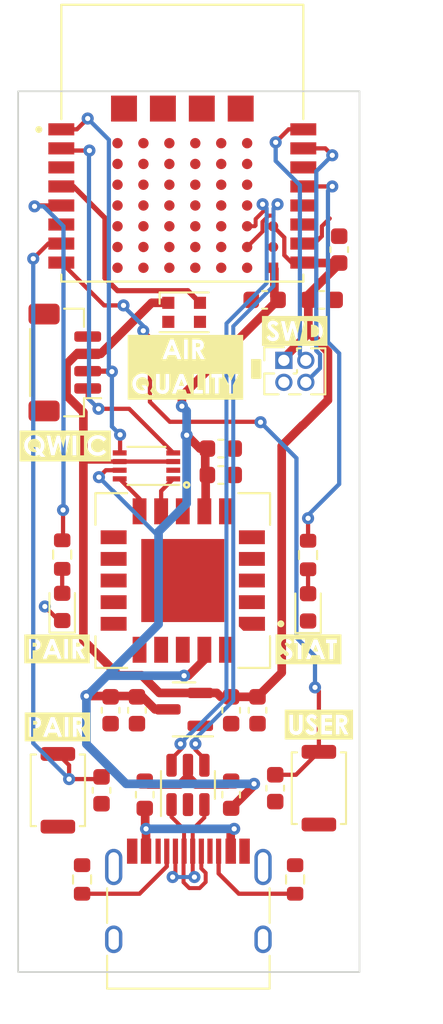
<source format=kicad_pcb>
(kicad_pcb (version 20221018) (generator pcbnew)
  (layers (0 "F.Cu" signal "Front") (1 "In1.Cu" power) (2 "In2.Cu" power) (31 "B.Cu" signal "Back") (34 "B.Paste" user) (35 "F.Paste" user) (36 "B.SilkS" user "B.Silkscreen") (37 "F.SilkS" user "F.Silkscreen") (38 "B.Mask" user) (39 "F.Mask" user) (44 "Edge.Cuts" user))
  (net 0 "")
  (net 1 "GND")
  (net 2 "VBUS")
  (net 3 "+3.3V")
  (net 4 "VCC")
  (net 5 "/USB_FUSE")
  (net 6 "/USB_CC1")
  (net 7 "/USB_CONN_D-")
  (net 8 "/USB_CONN_D+")
  (net 9 "Net-(D1-A)")
  (net 10 "/USB_CC2")
  (net 11 "Net-(D2-A)")
  (net 17 "/AIR_QUALITY_LED")
  (net 18 "/STATUS_LED")
  (net 19 "/PAIRING_LED")
  (net 22 "/SWCLK")
  (net 23 "/SWDIO")
  (net 49 "/USB_D+")
  (net 50 "/USB_D-")
  (net 79 "/I2C_SDA_3V3")
  (net 80 "/I2C_SCL_3V3")
  (net 81 "/I2C_SCL_5V")
  (net 82 "/I2C_SDA_5V")
  (net 83 "/PAIR_BTN")
  (net 84 "/USER_BTN")
  (footprint "Resistor_SMD:R_0603_1608Metric" (layer "F.Cu") (at 138.125 134.75 -90)
    (fp_text reference "R1" hide)
    (fp_text value "5k1")
    (pad "1" smd roundrect (at -0.825 0 270) (size 0.8 0.95) (layers "F.Cu" "F.Paste" "F.Mask") (net 1 "GND"))
    (pad "2" smd roundrect (at 0.825 0 270) (size 0.8 0.95) (layers "F.Cu" "F.Paste" "F.Mask") (net 10 "/USB_CC2"))
  )
  (footprint "Resistor_SMD:R_0603_1608Metric" (layer "F.Cu") (at 124.65 115.975 -90)
    (fp_text reference "R6" hide)
    (fp_text value "1k")
    (pad "1" smd roundrect (at -0.825 0 270) (size 0.8 0.95) (layers "F.Cu" "F.Paste" "F.Mask") (net 19 "/PAIRING_LED"))
    (pad "2" smd roundrect (at 0.825 0 270) (size 0.8 0.95) (layers "F.Cu" "F.Paste" "F.Mask") (net 11 "Net-(D2-A)"))
  )
  (footprint "Resistor_SMD:R_0603_1608Metric" (layer "F.Cu") (at 125.8 134.75 -90)
    (fp_text reference "R2" hide)
    (fp_text value "5k1")
    (pad "1" smd roundrect (at -0.825 0 270) (size 0.8 0.95) (layers "F.Cu" "F.Paste" "F.Mask") (net 1 "GND"))
    (pad "2" smd roundrect (at 0.825 0 270) (size 0.8 0.95) (layers "F.Cu" "F.Paste" "F.Mask") (net 6 "/USB_CC1"))
  )
  (footprint "Capacitor_SMD:C_0603_1608Metric" (layer "F.Cu") (at 139.6635 101.255)
    (fp_text reference "C6" hide)
    (fp_text value "4.7uF")
    (pad "1" smd roundrect (at -0.775 0) (size 0.9 0.95) (layers "F.Cu" "F.Paste" "F.Mask") (net 3 "+3.3V"))
    (pad "2" smd roundrect (at 0.775 0) (size 0.9 0.95) (layers "F.Cu" "F.Paste" "F.Mask") (net 1 "GND"))
  )
  (footprint "Connector_JST:JST_SH_BM04B-SRSS-TB_1x04-1MP_P1.00mm_Vertical" (layer "F.Cu") (at 124.8 104.875 90)
    (fp_text reference "J2" hide)
    (fp_text value "QWIIC")
    (pad "1" smd roundrect (at -1.5 1.325 90) (size 0.6 1.55) (layers "F.Cu" "F.Paste" "F.Mask") (net 80 "/I2C_SCL_3V3"))
    (pad "2" smd roundrect (at -0.5 1.325 90) (size 0.6 1.55) (layers "F.Cu" "F.Paste" "F.Mask") (net 79 "/I2C_SDA_3V3"))
    (pad "3" smd roundrect (at 0.5 1.325 90) (size 0.6 1.55) (layers "F.Cu" "F.Paste" "F.Mask") (net 3 "+3.3V"))
    (pad "4" smd roundrect (at 1.5 1.325 90) (size 0.6 1.55) (layers "F.Cu" "F.Paste" "F.Mask") (net 1 "GND"))
    (pad "MP" smd roundrect (at -2.8 -1.2 90) (size 1.2 1.8) (layers "F.Cu" "F.Paste" "F.Mask") (roundrect_rratio 0.208333))
    (pad "MP" smd roundrect (at 2.8 -1.2 90) (size 1.2 1.8) (layers "F.Cu" "F.Paste" "F.Mask") (roundrect_rratio 0.208333))
  )
  (footprint "zigbee_air_quality_monitor:XDCR_SCD41-D-R2" (layer "F.Cu") (at 131.625 117.475 180)
    (fp_text reference "U4" hide)
    (fp_text value "SCD41-D-R2")
    (pad "1" smd custom (at -4 -2.5 180) (size 0.5 0.5) (layers "F.Cu") (options (clearance outline) (anchor rect)) (primitives (gr_poly (pts (xy 0.75 0.4) (xy -0.75 0.4) (xy -0.75 -0.4) (xy 0.5 -0.4) (xy 0.75 -0.15)) (width 0.01) (fill yes))))
    (pad "2" smd rect (at -4 -1.25 180) (size 1.5 0.8) (layers "F.Cu"))
    (pad "3" smd rect (at -4 0 180) (size 1.5 0.8) (layers "F.Cu"))
    (pad "4" smd rect (at -4 1.25 180) (size 1.5 0.8) (layers "F.Cu"))
    (pad "5" smd rect (at -4 2.5 180) (size 1.5 0.8) (layers "F.Cu"))
    (pad "6" smd rect (at -2.5 4 180) (size 0.8 1.5) (layers "F.Cu") (net 1 "GND"))
    (pad "7" smd rect (at -1.25 4 180) (size 0.8 1.5) (layers "F.Cu") (net 4 "VCC"))
    (pad "8" smd rect (at 0 4 180) (size 0.8 1.5) (layers "F.Cu"))
    (pad "9" smd rect (at 1.25 4 180) (size 0.8 1.5) (layers "F.Cu") (net 81 "/I2C_SCL_5V"))
    (pad "10" smd rect (at 2.5 4 180) (size 0.8 1.5) (layers "F.Cu") (net 82 "/I2C_SDA_5V"))
    (pad "11" smd rect (at 4 2.5 180) (size 1.5 0.8) (layers "F.Cu"))
    (pad "12" smd rect (at 4 1.25 180) (size 1.5 0.8) (layers "F.Cu"))
    (pad "13" smd rect (at 4 0 180) (size 1.5 0.8) (layers "F.Cu"))
    (pad "14" smd rect (at 4 -1.25 180) (size 1.5 0.8) (layers "F.Cu"))
    (pad "15" smd rect (at 4 -2.5 180) (size 1.5 0.8) (layers "F.Cu"))
    (pad "16" smd rect (at 2.5 -4 180) (size 0.8 1.5) (layers "F.Cu"))
    (pad "17" smd rect (at 1.25 -4 180) (size 0.8 1.5) (layers "F.Cu"))
    (pad "18" smd rect (at 0 -4 180) (size 0.8 1.5) (layers "F.Cu"))
    (pad "19" smd rect (at -1.25 -4 180) (size 0.8 1.5) (layers "F.Cu") (net 4 "VCC"))
    (pad "20" smd rect (at -2.5 -4 180) (size 0.8 1.5) (layers "F.Cu") (net 1 "GND"))
    (pad "21" smd rect (at 0 0 180) (size 4.8 4.8) (layers "F.Cu") (net 1 "GND"))
  )
  (footprint "Package_TO_SOT_SMD:SOT-23-6" (layer "F.Cu") (at 131.925 129.2875 90)
    (fp_text reference "U1" hide)
    (fp_text value "USBLC6-2SC6")
    (pad "1" smd roundrect (at -1.1375 -0.95 90) (size 1.325 0.6) (layers "F.Cu" "F.Paste" "F.Mask") (net 8 "/USB_CONN_D+"))
    (pad "2" smd roundrect (at -1.1375 0 90) (size 1.325 0.6) (layers "F.Cu" "F.Paste" "F.Mask") (net 1 "GND"))
    (pad "3" smd roundrect (at -1.1375 0.95 90) (size 1.325 0.6) (layers "F.Cu" "F.Paste" "F.Mask") (net 7 "/USB_CONN_D-"))
    (pad "4" smd roundrect (at 1.1375 0.95 90) (size 1.325 0.6) (layers "F.Cu" "F.Paste" "F.Mask") (net 50 "/USB_D-"))
    (pad "5" smd roundrect (at 1.1375 0 90) (size 1.325 0.6) (layers "F.Cu" "F.Paste" "F.Mask") (net 2 "VBUS"))
    (pad "6" smd roundrect (at 1.1375 -0.95 90) (size 1.325 0.6) (layers "F.Cu" "F.Paste" "F.Mask") (net 49 "/USB_D+"))
  )
  (footprint "kibuzzard-63D6450F" (layer "F.Cu") (at 124.825 109.7)
    (fp_text reference "kibuzzard-63D6450F" hide)
    (fp_text value "G***" hide)
  )
  (footprint "Inductor_SMD:L_0603_1608Metric" (layer "F.Cu") (at 134.425 129.85 -90)
    (fp_text reference "FB1" hide)
    (fp_text value "100R")
    (pad "1" smd roundrect (at -0.7875 0 270) (size 0.875 0.95) (layers "F.Cu" "F.Paste" "F.Mask") (net 2 "VBUS"))
    (pad "2" smd roundrect (at 0.7875 0 270) (size 0.875 0.95) (layers "F.Cu" "F.Paste" "F.Mask") (net 4 "VCC"))
  )
  (footprint "Button_Switch_SMD:SW_Push_SPST_NO_Alps_SKRK" (layer "F.Cu") (at 139.5 129.475 -90)
    (fp_text reference "SW2" hide)
    (fp_text value "USER_BTN")
    (pad "1" smd roundrect (at -2.1 0 270) (size 0.8 2) (layers "F.Cu" "F.Paste" "F.Mask") (net 84 "/USER_BTN"))
    (pad "2" smd roundrect (at 2.1 0 270) (size 0.8 2) (layers "F.Cu" "F.Paste" "F.Mask") (net 1 "GND"))
  )
  (footprint "Package_TO_SOT_SMD:SOT-23" (layer "F.Cu") (at 131.7 124.921399 180)
    (fp_text reference "U3" hide)
    (fp_text value "XC6206P332MR")
    (pad "1" smd roundrect (at -0.9375 -0.95 180) (size 1.475 0.6) (layers "F.Cu" "F.Paste" "F.Mask") (net 1 "GND"))
    (pad "2" smd roundrect (at -0.9375 0.95 180) (size 1.475 0.6) (layers "F.Cu" "F.Paste" "F.Mask") (net 3 "+3.3V"))
    (pad "3" smd roundrect (at 0.9375 0 180) (size 1.475 0.6) (layers "F.Cu" "F.Paste" "F.Mask") (net 4 "VCC"))
  )
  (footprint "Fuse:Fuse_0603_1608Metric" (layer "F.Cu") (at 129.425 129.85 90)
    (fp_text reference "F1" hide)
    (fp_text value "SMD0603-035")
    (pad "1" smd roundrect (at -0.7875 0 90) (size 0.875 0.95) (layers "F.Cu" "F.Paste" "F.Mask") (net 5 "/USB_FUSE"))
    (pad "2" smd roundrect (at 0.7875 0 90) (size 0.875 0.95) (layers "F.Cu" "F.Paste" "F.Mask") (net 2 "VBUS"))
  )
  (footprint "Capacitor_SMD:C_0603_1608Metric" (layer "F.Cu") (at 128.975 124.971399 -90)
    (fp_text reference "C7" hide)
    (fp_text value "1uF")
    (pad "1" smd roundrect (at -0.775 0 270) (size 0.9 0.95) (layers "F.Cu" "F.Paste" "F.Mask") (net 4 "VCC"))
    (pad "2" smd roundrect (at 0.775 0 270) (size 0.9 0.95) (layers "F.Cu" "F.Paste" "F.Mask") (net 1 "GND"))
  )
  (footprint "Connector_USB:USB_C_Receptacle_HRO_TYPE-C-31-M-12" (layer "F.Cu") (at 131.95 137.16)
    (fp_text reference "J1" hide)
    (fp_text value "USB_C_Receptacle_USB2.0")
    (pad "" np_thru_hole circle (at -2.89 -2.6) (size 0.65 0.65) (drill 0.65) (layers "*.Cu" "*.Mask"))
    (pad "" np_thru_hole circle (at 2.89 -2.6) (size 0.65 0.65) (drill 0.65) (layers "*.Cu" "*.Mask"))
    (pad "A1" smd rect (at -3.25 -4.045) (size 0.6 1.45) (layers "F.Cu" "F.Paste" "F.Mask") (net 1 "GND"))
    (pad "A4" smd rect (at -2.45 -4.045) (size 0.6 1.45) (layers "F.Cu" "F.Paste" "F.Mask") (net 5 "/USB_FUSE"))
    (pad "A5" smd rect (at -1.25 -4.045) (size 0.3 1.45) (layers "F.Cu" "F.Paste" "F.Mask") (net 6 "/USB_CC1"))
    (pad "A6" smd rect (at -0.25 -4.045) (size 0.3 1.45) (layers "F.Cu" "F.Paste" "F.Mask") (net 8 "/USB_CONN_D+"))
    (pad "A7" smd rect (at 0.25 -4.045) (size 0.3 1.45) (layers "F.Cu" "F.Paste" "F.Mask") (net 7 "/USB_CONN_D-"))
    (pad "A8" smd rect (at 1.25 -4.045) (size 0.3 1.45) (layers "F.Cu" "F.Paste" "F.Mask"))
    (pad "A9" smd rect (at 2.45 -4.045) (size 0.6 1.45) (layers "F.Cu" "F.Paste" "F.Mask") (net 5 "/USB_FUSE"))
    (pad "A12" smd rect (at 3.25 -4.045) (size 0.6 1.45) (layers "F.Cu" "F.Paste" "F.Mask") (net 1 "GND"))
    (pad "B1" smd rect (at 3.25 -4.045) (size 0.6 1.45) (layers "F.Cu" "F.Paste" "F.Mask") (net 1 "GND"))
    (pad "B4" smd rect (at 2.45 -4.045) (size 0.6 1.45) (layers "F.Cu" "F.Paste" "F.Mask") (net 5 "/USB_FUSE"))
    (pad "B5" smd rect (at 1.75 -4.045) (size 0.3 1.45) (layers "F.Cu" "F.Paste" "F.Mask") (net 10 "/USB_CC2"))
    (pad "B6" smd rect (at 0.75 -4.045) (size 0.3 1.45) (layers "F.Cu" "F.Paste" "F.Mask") (net 8 "/USB_CONN_D+"))
    (pad "B7" smd rect (at -0.75 -4.045) (size 0.3 1.45) (layers "F.Cu" "F.Paste" "F.Mask") (net 7 "/USB_CONN_D-"))
    (pad "B8" smd rect (at -1.75 -4.045) (size 0.3 1.45) (layers "F.Cu" "F.Paste" "F.Mask"))
    (pad "B9" smd rect (at -2.45 -4.045) (size 0.6 1.45) (layers "F.Cu" "F.Paste" "F.Mask") (net 5 "/USB_FUSE"))
    (pad "B12" smd rect (at -3.25 -4.045) (size 0.6 1.45) (layers "F.Cu" "F.Paste" "F.Mask") (net 1 "GND"))
    (pad "S1" thru_hole oval (at -4.32 -3.13) (size 1 2.1) (drill oval 0.6 1.7) (layers "*.Cu" "*.Mask"))
    (pad "S1" thru_hole oval (at -4.32 1.05) (size 1 1.6) (drill oval 0.6 1.2) (layers "*.Cu" "*.Mask"))
    (pad "S1" thru_hole oval (at 4.32 -3.13) (size 1 2.1) (drill oval 0.6 1.7) (layers "*.Cu" "*.Mask"))
    (pad "S1" thru_hole oval (at 4.32 1.05) (size 1 1.6) (drill oval 0.6 1.2) (layers "*.Cu" "*.Mask"))
  )
  (footprint "Capacitor_SMD:C_0603_1608Metric" (layer "F.Cu") (at 133.825 111.375)
    (fp_text reference "C10" hide)
    (fp_text value "100nF")
    (pad "1" smd roundrect (at -0.775 0) (size 0.9 0.95) (layers "F.Cu" "F.Paste" "F.Mask") (net 4 "VCC"))
    (pad "2" smd roundrect (at 0.775 0) (size 0.9 0.95) (layers "F.Cu" "F.Paste" "F.Mask") (net 1 "GND"))
  )
  (footprint "LED_SMD:LED_0603_1608Metric" (layer "F.Cu") (at 138.875 119.025 90)
    (fp_text reference "D1" hide)
    (fp_text value "STATUS_LED")
    (pad "1" smd roundrect (at -0.7875 0 90) (size 0.875 0.95) (layers "F.Cu" "F.Paste" "F.Mask") (net 1 "GND"))
    (pad "2" smd roundrect (at 0.7875 0 90) (size 0.875 0.95) (layers "F.Cu" "F.Paste" "F.Mask") (net 9 "Net-(D1-A)"))
  )
  (footprint "Capacitor_SMD:C_0603_1608Metric" (layer "F.Cu") (at 127.45 124.971399 -90)
    (fp_text reference "C5" hide)
    (fp_text value "4.7uF")
    (pad "1" smd roundrect (at -0.775 0 270) (size 0.9 0.95) (layers "F.Cu" "F.Paste" "F.Mask") (net 4 "VCC"))
    (pad "2" smd roundrect (at 0.775 0 270) (size 0.9 0.95) (layers "F.Cu" "F.Paste" "F.Mask") (net 1 "GND"))
  )
  (footprint "LED_SMD:LED_0603_1608Metric" (layer "F.Cu") (at 124.65 119 90)
    (fp_text reference "D2" hide)
    (fp_text value "PAIRING_LED")
    (pad "1" smd roundrect (at -0.7875 0 90) (size 0.875 0.95) (layers "F.Cu" "F.Paste" "F.Mask") (net 1 "GND"))
    (pad "2" smd roundrect (at 0.7875 0 90) (size 0.875 0.95) (layers "F.Cu" "F.Paste" "F.Mask") (net 11 "Net-(D2-A)"))
  )
  (footprint "kibuzzard-63D64B66" (layer "F.Cu") (at 139.5 125.8)
    (fp_text reference "kibuzzard-63D64B66" hide)
    (fp_text value "G***" hide)
  )
  (footprint "kibuzzard-63D64B8B" (layer "F.Cu") (at 124.375 125.934339)
    (fp_text reference "kibuzzard-63D64B8B" hide)
    (fp_text value "G***" hide)
  )
  (footprint "kibuzzard-63D64589" (layer "F.Cu") (at 131.78 105.15)
    (fp_text reference "kibuzzard-63D64589" hide)
    (fp_text value "G***" hide)
  )
  (footprint "Capacitor_SMD:C_0603_1608Metric" (layer "F.Cu") (at 134.425 124.971399 -90)
    (fp_text reference "C8" hide)
    (fp_text value "4.7uF")
    (pad "1" smd roundrect (at -0.775 0 270) (size 0.9 0.95) (layers "F.Cu" "F.Paste" "F.Mask") (net 3 "+3.3V"))
    (pad "2" smd roundrect (at 0.775 0 270) (size 0.9 0.95) (layers "F.Cu" "F.Paste" "F.Mask") (net 1 "GND"))
  )
  (footprint "kibuzzard-63D64B8B" (layer "F.Cu") (at 124.35 121.425)
    (fp_text reference "kibuzzard-63D64B8B" hide)
    (fp_text value "G***" hide)
  )
  (footprint "Resistor_SMD:R_0603_1608Metric" (layer "F.Cu") (at 138.875 116 -90)
    (fp_text reference "R5" hide)
    (fp_text value "1k")
    (pad "1" smd roundrect (at -0.825 0 270) (size 0.8 0.95) (layers "F.Cu" "F.Paste" "F.Mask") (net 18 "/STATUS_LED"))
    (pad "2" smd roundrect (at 0.825 0 270) (size 0.8 0.95) (layers "F.Cu" "F.Paste" "F.Mask") (net 9 "Net-(D1-A)"))
  )
  (footprint "Package_SO:VSSOP-8_2.3x2mm_P0.5mm" (layer "F.Cu") (at 129.525 110.85 180)
    (fp_text reference "U6" hide)
    (fp_text value "TXS0102DCU")
    (pad "1" smd rect (at -1.55 -0.75 90) (size 0.3 0.8) (layers "F.Cu" "F.Paste" "F.Mask") (net 81 "/I2C_SCL_5V"))
    (pad "2" smd rect (at -1.55 -0.25 90) (size 0.3 0.8) (layers "F.Cu" "F.Paste" "F.Mask") (net 1 "GND"))
    (pad "3" smd rect (at -1.55 0.25 90) (size 0.3 0.8) (layers "F.Cu" "F.Paste" "F.Mask") (net 3 "+3.3V"))
    (pad "4" smd rect (at -1.55 0.75 90) (size 0.3 0.8) (layers "F.Cu" "F.Paste" "F.Mask") (net 80 "/I2C_SCL_3V3"))
    (pad "5" smd rect (at 1.55 0.75 90) (size 0.3 0.8) (layers "F.Cu" "F.Paste" "F.Mask") (net 79 "/I2C_SDA_3V3"))
    (pad "6" smd rect (at 1.55 0.25 90) (size 0.3 0.8) (layers "F.Cu" "F.Paste" "F.Mask") (net 3 "+3.3V"))
    (pad "7" smd rect (at 1.55 -0.25 90) (size 0.3 0.8) (layers "F.Cu" "F.Paste" "F.Mask") (net 4 "VCC"))
    (pad "8" smd rect (at 1.55 -0.75 90) (size 0.3 0.8) (layers "F.Cu" "F.Paste" "F.Mask") (net 82 "/I2C_SDA_5V"))
  )
  (footprint "Capacitor_SMD:C_0603_1608Metric" (layer "F.Cu") (at 135.95 124.971399 -90)
    (fp_text reference "C9" hide)
    (fp_text value "1uF")
    (pad "1" smd roundrect (at -0.775 0 270) (size 0.9 0.95) (layers "F.Cu" "F.Paste" "F.Mask") (net 3 "+3.3V"))
    (pad "2" smd roundrect (at 0.775 0 270) (size 0.9 0.95) (layers "F.Cu" "F.Paste" "F.Mask") (net 1 "GND"))
  )
  (footprint "Connector_PinHeader_1.27mm:PinHeader_2x02_P1.27mm_Vertical" (layer "F.Cu") (at 137.475 104.75)
    (fp_text reference "J3" hide)
    (fp_text value "Conn_02x02_Odd_Even")
    (pad "1" thru_hole rect (at 0 0) (size 1 1) (drill 0.65) (layers "*.Cu" "*.Mask") (net 3 "+3.3V"))
    (pad "2" thru_hole oval (at 1.27 0) (size 1 1) (drill 0.65) (layers "*.Cu" "*.Mask") (net 23 "/SWDIO"))
    (pad "3" thru_hole oval (at 0 1.27) (size 1 1) (drill 0.65) (layers "*.Cu" "*.Mask") (net 1 "GND"))
    (pad "4" thru_hole oval (at 1.27 1.27) (size 1 1) (drill 0.65) (layers "*.Cu" "*.Mask") (net 22 "/SWCLK"))
  )
  (footprint "Capacitor_SMD:C_0603_1608Metric" (layer "F.Cu") (at 126.925 129.597694 -90)
    (fp_text reference "C1" hide)
    (fp_text value "100nF")
    (pad "1" smd roundrect (at -0.775 0 270) (size 0.9 0.95) (layers "F.Cu" "F.Paste" "F.Mask") (net 83 "/PAIR_BTN"))
    (pad "2" smd roundrect (at 0.775 0 270) (size 0.9 0.95) (layers "F.Cu" "F.Paste" "F.Mask") (net 1 "GND"))
  )
  (footprint "Button_Switch_SMD:SW_Push_SPST_NO_Alps_SKRK" (layer "F.Cu") (at 124.4 129.597694 -90)
    (fp_text reference "SW1" hide)
    (fp_text value "PAIR_BTN")
    (pad "1" smd roundrect (at -2.1 0 270) (size 0.8 2) (layers "F.Cu" "F.Paste" "F.Mask") (net 83 "/PAIR_BTN"))
    (pad "2" smd roundrect (at 2.1 0 270) (size 0.8 2) (layers "F.Cu" "F.Paste" "F.Mask") (net 1 "GND"))
  )
  (footprint "Capacitor_SMD:C_0603_1608Metric" (layer "F.Cu") (at 133.825 109.85)
    (fp_text reference "C11" hide)
    (fp_text value "4.7uF")
    (pad "1" smd roundrect (at -0.775 0) (size 0.9 0.95) (layers "F.Cu" "F.Paste" "F.Mask") (net 4 "VCC"))
    (pad "2" smd roundrect (at 0.775 0) (size 0.9 0.95) (layers "F.Cu" "F.Paste" "F.Mask") (net 1 "GND"))
  )
  (footprint "Capacitor_SMD:C_0603_1608Metric" (layer "F.Cu") (at 140.675 98.35 90)
    (fp_text reference "C4" hide)
    (fp_text value "1uF")
    (pad "1" smd roundrect (at -0.775 0 90) (size 0.9 0.95) (layers "F.Cu" "F.Paste" "F.Mask") (net 3 "+3.3V"))
    (pad "2" smd roundrect (at 0.775 0 90) (size 0.9 0.95) (layers "F.Cu" "F.Paste" "F.Mask") (net 1 "GND"))
  )
  (footprint "LED_SMD:LED_WS2812B-2020_PLCC4_2.0x2.0mm" (layer "F.Cu") (at 131.705 101.975)
    (fp_text reference "D3" hide)
    (fp_text value "WS2812B")
    (pad "1" smd rect (at -0.915 -0.55) (size 0.7 0.7) (layers "F.Cu" "F.Paste" "F.Mask") (net 3 "+3.3V"))
    (pad "2" smd rect (at -0.915 0.55) (size 0.7 0.7) (layers "F.Cu" "F.Paste" "F.Mask"))
    (pad "3" smd rect (at 0.915 0.55) (size 0.7 0.7) (layers "F.Cu" "F.Paste" "F.Mask") (net 1 "GND"))
    (pad "4" smd rect (at 0.915 -0.55) (size 0.7 0.7) (layers "F.Cu" "F.Paste" "F.Mask") (net 17 "/AIR_QUALITY_LED"))
  )
  (footprint "Capacitor_SMD:C_0603_1608Metric" (layer "F.Cu") (at 136.975 129.475 -90)
    (fp_text reference "C2" hide)
    (fp_text value "100nF")
    (pad "1" smd roundrect (at -0.775 0 270) (size 0.9 0.95) (layers "F.Cu" "F.Paste" "F.Mask") (net 84 "/USER_BTN"))
    (pad "2" smd roundrect (at 0.775 0 270) (size 0.9 0.95) (layers "F.Cu" "F.Paste" "F.Mask") (net 1 "GND"))
  )
  (footprint "kibuzzard-63D64107" (layer "F.Cu") (at 138.1 103.05)
    (fp_text reference "kibuzzard-63D64107" hide)
    (fp_text value "G***" hide)
  )
  (footprint "zigbee_air_quality_monitor:BT840" (layer "F.Cu") (at 131.6 92.2)
    (fp_text reference "U2" hide)
    (fp_text value "BT840")
    (pad "1" smd rect (at -7 -0.8) (size 1.5 0.7) (layers "F.Cu" "F.Paste" "F.Mask") (net 79 "/I2C_SDA_3V3"))
    (pad "2" smd rect (at -7 0.3) (size 1.5 0.7) (layers "F.Cu" "F.Paste" "F.Mask") (net 80 "/I2C_SCL_3V3"))
    (pad "3" smd rect (at -7 1.4) (size 1.5 0.7) (layers "F.Cu" "F.Paste" "F.Mask"))
    (pad "4" smd rect (at -7 2.5) (size 1.5 0.7) (layers "F.Cu" "F.Paste" "F.Mask") (net 17 "/AIR_QUALITY_LED"))
    (pad "5" smd rect (at -7 3.6) (size 1.5 0.7) (layers "F.Cu" "F.Paste" "F.Mask") (net 19 "/PAIRING_LED"))
    (pad "6" smd rect (at -7 4.7) (size 1.5 0.7) (layers "F.Cu" "F.Paste" "F.Mask"))
    (pad "7" smd rect (at -7 5.8) (size 1.5 0.7) (layers "F.Cu" "F.Paste" "F.Mask") (net 83 "/PAIR_BTN"))
    (pad "8" smd rect (at -7 6.9) (size 1.5 0.7) (layers "F.Cu" "F.Paste" "F.Mask") (net 84 "/USER_BTN"))
    (pad "9" smd rect (at 7 6.9 180) (size 1.5 0.7) (layers "F.Cu" "F.Paste" "F.Mask") (net 3 "+3.3V"))
    (pad "10" smd rect (at 7 5.8 180) (size 1.5 0.7) (layers "F.Cu" "F.Paste" "F.Mask") (net 1 "GND"))
    (pad "11" smd rect (at 7 4.7 180) (size 1.5 0.7) (layers "F.Cu" "F.Paste" "F.Mask"))
    (pad "12" smd rect (at 7 3.6 180) (size 1.5 0.7) (layers "F.Cu" "F.Paste" "F.Mask"))
    (pad "13" smd rect (at 7 2.5 180) (size 1.5 0.7) (layers "F.Cu" "F.Paste" "F.Mask") (net 18 "/STATUS_LED"))
    (pad "14" smd rect (at 7 1.4 180) (size 1.5 0.7) (layers "F.Cu" "F.Paste" "F.Mask"))
    (pad "15" smd rect (at 7 0.3 180) (size 1.5 0.7) (layers "F.Cu" "F.Paste" "F.Mask") (net 22 "/SWCLK"))
    (pad "16" smd rect (at 7 -0.8 180) (size 1.5 0.7) (layers "F.Cu" "F.Paste" "F.Mask") (net 23 "/SWDIO"))
    (pad "A0" smd circle (at -2.25 0) (size 0.6 0.6) (layers "F.Cu" "F.Paste" "F.Mask") (net 1 "GND"))
    (pad "A1" smd circle (at -2.25 1.2) (size 0.6 0.6) (layers "F.Cu" "F.Paste" "F.Mask"))
    (pad "A2" smd circle (at -2.25 2.4) (size 0.6 0.6) (layers "F.Cu" "F.Paste" "F.Mask"))
    (pad "A3" smd circle (at -2.25 3.6) (size 0.6 0.6) (layers "F.Cu" "F.Paste" "F.Mask"))
    (pad "A4" smd circle (at -2.25 4.8) (size 0.6 0.6) (layers "F.Cu" "F.Paste" "F.Mask"))
    (pad "A5" smd circle (at -2.25 6) (size 0.6 0.6) (layers "F.Cu" "F.Paste" "F.Mask"))
    (pad "A6" smd circle (at -2.25 7.2) (size 0.6 0.6) (layers "F.Cu" "F.Paste" "F.Mask"))
    (pad "B0" smd circle (at -0.75 0) (size 0.6 0.6) (layers "F.Cu" "F.Paste" "F.Mask") (net 1 "GND"))
    (pad "B1" smd circle (at -0.75 1.2) (size 0.6 0.6) (layers "F.Cu" "F.Paste" "F.Mask"))
    (pad "B2" smd circle (at -0.75 2.4) (size 0.6 0.6) (layers "F.Cu" "F.Paste" "F.Mask"))
    (pad "B3" smd circle (at -0.75 3.6) (size 0.6 0.6) (layers "F.Cu" "F.Paste" "F.Mask"))
    (pad "B4" smd circle (at -0.75 4.8) (size 0.6 0.6) (layers "F.Cu" "F.Paste" "F.Mask"))
    (pad "B5" smd circle (at -0.75 6) (size 0.6 0.6) (layers "F.Cu" "F.Paste" "F.Mask"))
    (pad "B6" smd circle (at -0.75 7.2) (size 0.6 0.6) (layers "F.Cu" "F.Paste" "F.Mask"))
    (pad "C0" smd circle (at 0.75 0) (size 0.6 0.6) (layers "F.Cu" "F.Paste" "F.Mask") (net 1 "GND"))
    (pad "C1" smd circle (at 0.75 1.2) (size 0.6 0.6) (layers "F.Cu" "F.Paste" "F.Mask"))
    (pad "C2" smd circle (at 0.75 2.4) (size 0.6 0.6) (layers "F.Cu" "F.Paste" "F.Mask"))
    (pad "C3" smd circle (at 0.75 3.6) (size 0.6 0.6) (layers "F.Cu" "F.Paste" "F.Mask"))
    (pad "C4" smd circle (at 0.75 4.8) (size 0.6 0.6) (layers "F.Cu" "F.Paste" "F.Mask"))
    (pad "C5" smd circle (at 0.75 6) (size 0.6 0.6) (layers "F.Cu" "F.Paste" "F.Mask"))
    (pad "C6" smd circle (at 0.75 7.2) (size 0.6 0.6) (layers "F.Cu" "F.Paste" "F.Mask"))
    (pad "D0" smd circle (at 2.25 0) (size 0.6 0.6) (layers "F.Cu" "F.Paste" "F.Mask") (net 1 "GND"))
    (pad "D1" smd circle (at 2.25 1.2) (size 0.6 0.6) (layers "F.Cu" "F.Paste" "F.Mask"))
    (pad "D2" smd circle (at 2.25 2.4) (size 0.6 0.6) (layers "F.Cu" "F.Paste" "F.Mask"))
    (pad "D3" smd circle (at 2.25 3.6) (size 0.6 0.6) (layers "F.Cu" "F.Paste" "F.Mask"))
    (pad "D4" smd circle (at 2.25 4.8) (size 0.6 0.6) (layers "F.Cu" "F.Paste" "F.Mask"))
    (pad "D5" smd circle (at 2.25 6) (size 0.6 0.6) (layers "F.Cu" "F.Paste" "F.Mask"))
    (pad "D6" smd circle (at 2.25 7.2) (size 0.6 0.6) (layers "F.Cu" "F.Paste" "F.Mask"))
    (pad "E0" smd circle (at 3.75 0) (size 0.6 0.6) (layers "F.Cu" "F.Paste" "F.Mask"))
    (pad "E1" smd circle (at 3.75 1.2) (size 0.6 0.6) (layers "F.Cu" "F.Paste" "F.Mask"))
    (pad "E2" smd circle (at 3.75 2.4) (size 0.6 0.6) (layers "F.Cu" "F.Paste" "F.Mask"))
    (pad "E3" smd circle (at 3.75 3.6) (size 0.6 0.6) (layers "F.Cu" "F.Paste" "F.Mask"))
    (pad "E4" smd circle (at 3.75 4.8) (size 0.6 0.6) (layers "F.Cu" "F.Paste" "F.Mask") (net 49 "/USB_D+"))
    (pad "E5" smd circle (at 3.75 6) (size 0.6 0.6) (layers "F.Cu" "F.Paste" "F.Mask") (net 50 "/USB_D-"))
    (pad "E6" smd circle (at 3.75 7.2) (size 0.6 0.6) (layers "F.Cu" "F.Paste" "F.Mask"))
    (pad "F0" smd rect (at -3.375 -2) (size 1.5 1.5) (layers "F.Cu" "F.Paste" "F.Mask") (net 1 "GND"))
    (pad "F1" smd rect (at -1.125 -2) (size 1.5 1.5) (layers "F.Cu" "F.Paste" "F.Mask") (net 1 "GND"))
    (pad "F2" smd rect (at 1.125 -2) (size 1.5 1.5) (layers "F.Cu" "F.Paste" "F.Mask") (net 1 "GND"))
    (pad "F3" smd rect (at 3.375 -2) (size 1.5 1.5) (layers "F.Cu" "F.Paste" "F.Mask") (net 1 "GND"))
    (pad "F4" smd circle (at 5.25 4.8) (size 0.6 0.6) (layers "F.Cu" "F.Paste" "F.Mask") (net 3 "+3.3V"))
    (pad "F5" smd circle (at 5.25 6) (size 0.6 0.6) (layers "F.Cu" "F.Paste" "F.Mask"))
    (pad "F6" smd rect (at 5.25 7.2) (size 0.6 0.6) (layers "F.Cu" "F.Paste" "F.Mask") (net 4 "VCC"))
    (pad "Z0" smd circle (at -3.75 0) (size 0.6 0.6) (layers "F.Cu" "F.Paste" "F.Mask"))
    (pad "Z1" smd circle (at -3.75 1.2) (size 0.6 0.6) (layers "F.Cu" "F.Paste" "F.Mask"))
    (pad "Z2" smd circle (at -3.75 2.4) (size 0.6 0.6) (layers "F.Cu" "F.Paste" "F.Mask"))
    (pad "Z3" smd circle (at -3.75 3.6) (size 0.6 0.6) (layers "F.Cu" "F.Paste" "F.Mask"))
    (pad "Z4" smd circle (at -3.75 4.8) (size 0.6 0.6) (layers "F.Cu" "F.Paste" "F.Mask"))
    (pad "Z5" smd circle (at -3.75 6) (size 0.6 0.6) (layers "F.Cu" "F.Paste" "F.Mask"))
    (pad "Z6" smd circle (at -3.75 7.2) (size 0.6 0.6) (layers "F.Cu" "F.Paste" "F.Mask"))
  )
  (footprint "kibuzzard-63D9ACF8" (layer "F.Cu") (at 138.9 121.45)
    (fp_text reference "kibuzzard-63D9ACF8" hide)
    (fp_text value "G***" hide)
  )
  (footprint "Capacitor_SMD:C_0603_1608Metric" (layer "F.Cu") (at 136.3625 101.255 180)
    (fp_text reference "C3" hide)
    (fp_text value "4.7uF")
    (pad "1" smd roundrect (at -0.775 0 180) (size 0.9 0.95) (layers "F.Cu" "F.Paste" "F.Mask") (net 4 "VCC"))
    (pad "2" smd roundrect (at 0.775 0 180) (size 0.9 0.95) (layers "F.Cu" "F.Paste" "F.Mask") (net 1 "GND"))
  )
  (gr_circle (center 131.85 111.95) (end 131.8 112) (stroke (width 0.15)) (fill none) (layer "F.SilkS"))
  (gr_rect (start 135.65 104.75) (end 136.1 105.75) (stroke (width 0.15)) (fill solid) (layer "F.SilkS"))
  (gr_rect (start 122.1 89.2) (end 141.85 140.1) (stroke (width 0.1)) (fill none) (layer "Edge.Cuts"))
  (segment (start 138.6 98) (end 139.245 98) (width 0.245) (layer "F.Cu") (net 1))
  (segment (start 139.6725 97.5725) (end 139.6725 97.0025) (width 0.245) (layer "F.Cu") (net 1))
  (segment (start 139.6725 97.0025) (end 140.125 96.55) (width 0.245) (layer "F.Cu") (net 1))
  (segment (start 124.46 119.7875) (end 123.6475 118.975) (width 0.245) (layer "F.Cu") (net 1))
  (segment (start 124.65 119.7875) (end 124.46 119.7875) (width 0.245) (layer "F.Cu") (net 1))
  (segment (start 139.245 98) (end 139.6725 97.5725) (width 0.245) (layer "F.Cu") (net 1))
  (via (at 123.6475 118.975) (size 0.7) (drill 0.3) (layers "F.Cu" "B.Cu") (net 1))
  (segment (start 132.375001 129.2625) (end 134.225 129.2625) (width 0.5) (layer "F.Cu") (net 2))
  (segment (start 129.625 129.2625) (end 131.474999 129.2625) (width 0.5) (layer "F.Cu") (net 2))
  (segment (start 131.925 128.812499) (end 132.375001 129.2625) (width 0.5) (layer "F.Cu") (net 2))
  (segment (start 129.425 129.0625) (end 129.625 129.2625) (width 0.5) (layer "F.Cu") (net 2))
  (segment (start 134.225 129.2625) (end 134.425 129.0625) (width 0.5) (layer "F.Cu") (net 2))
  (segment (start 131.925 128.15) (end 131.925 128.812499) (width 0.5) (layer "F.Cu") (net 2))
  (segment (start 131.474999 129.2625) (end 131.925 128.812499) (width 0.5) (layer "F.Cu") (net 2))
  (segment (start 129.825 101.425) (end 130.79 101.425) (width 0.5) (layer "F.Cu") (net 3))
  (segment (start 136.85 97) (end 137.5 97.65) (width 0.245) (layer "F.Cu") (net 3))
  (segment (start 140.675 99.175) (end 140.675 99.125) (width 0.5) (layer "F.Cu") (net 3))
  (segment (start 130.271399 123.971399) (end 129.25 122.95) (width 0.5) (layer "F.Cu") (net 3))
  (segment (start 138.8885 103.1135) (end 138.8885 101.255) (width 0.5) (layer "F.Cu") (net 3))
  (segment (start 126.125 104.375) (end 126.875 104.375) (width 0.5) (layer "F.Cu") (net 3))
  (segment (start 132.6375 123.971399) (end 133.596399 123.971399) (width 0.5) (layer "F.Cu") (net 3))
  (segment (start 137.5 98.675) (end 137.925 99.1) (width 0.245) (layer "F.Cu") (net 3))
  (segment (start 137.35 109.7) (end 138.55 108.5) (width 0.5) (layer "F.Cu") (net 3))
  (segment (start 125.875 110.6) (end 125.875 109.825) (width 0.5) (layer "F.Cu") (net 3))
  (segment (start 137.475 104.625) (end 138.8885 103.2115) (width 0.5) (layer "F.Cu") (net 3))
  (segment (start 138.8885 103.2115) (end 138.8885 101.255) (width 0.5) (layer "F.Cu") (net 3))
  (segment (start 127.975 110.6) (end 131.075 110.6) (width 0.245) (layer "F.Cu") (net 3))
  (segment (start 137.5 97.65) (end 137.5 98.675) (width 0.245) (layer "F.Cu") (net 3))
  (segment (start 127.975 110.6) (end 125.875 110.6) (width 0.245) (layer "F.Cu") (net 3))
  (segment (start 138.625 99.125) (end 138.6 99.1) (width 0.5) (layer "F.Cu") (net 3))
  (segment (start 137.35 122.796399) (end 137.35 109.7) (width 0.5) (layer "F.Cu") (net 3))
  (segment (start 138.8885 100.9615) (end 140.675 99.175) (width 0.5) (layer "F.Cu") (net 3))
  (segment (start 125.9 109.85) (end 125.875 109.825) (width 0.245) (layer "F.Cu") (net 3))
  (segment (start 125.497316 104.375) (end 126.125 104.375) (width 0.5) (layer "F.Cu") (net 3))
  (segment (start 140.675 99.125) (end 138.625 99.125) (width 0.5) (layer "F.Cu") (net 3))
  (segment (start 138.8885 101.255) (end 138.8885 100.9615) (width 0.5) (layer "F.Cu") (net 3))
  (segment (start 138.575 108.5) (end 140.025 107.05) (width 0.5) (layer "F.Cu") (net 3))
  (segment (start 124.9 104.972316) (end 125.497316 104.375) (width 0.5) (layer "F.Cu") (net 3))
  (segment (start 137.925 99.1) (end 138.6 99.1) (width 0.245) (layer "F.Cu") (net 3))
  (segment (start 138.55 108.5) (end 138.575 108.5) (width 0.5) (layer "F.Cu") (net 3))
  (segment (start 140.025 104.25) (end 138.8885 103.1135) (width 0.5) (layer "F.Cu") (net 3))
  (segment (start 125.875 109.825) (end 125.875 107.752684) (width 0.5) (layer "F.Cu") (net 3))
  (segment (start 133.821399 124.196399) (end 134.425 124.196399) (width 0.5) (layer "F.Cu") (net 3))
  (segment (start 126.875 104.375) (end 129.825 101.425) (width 0.5) (layer "F.Cu") (net 3))
  (segment (start 129.25 122.95) (end 127.9 122.95) (width 0.5) (layer "F.Cu") (net 3))
  (segment (start 133.596399 123.971399) (end 133.821399 124.196399) (width 0.5) (layer "F.Cu") (net 3))
  (segment (start 134.425 124.196399) (end 135.95 124.196399) (width 0.5) (layer "F.Cu") (net 3))
  (segment (start 124.9 106.777684) (end 124.9 104.972316) (width 0.5) (layer "F.Cu") (net 3))
  (segment (start 132.6375 123.971399) (end 130.271399 123.971399) (width 0.5) (layer "F.Cu") (net 3))
  (segment (start 140.025 107.05) (end 140.025 104.25) (width 0.5) (layer "F.Cu") (net 3))
  (segment (start 137.475 104.75) (end 137.475 104.625) (width 0.5) (layer "F.Cu") (net 3))
  (segment (start 135.95 124.196399) (end 137.35 122.796399) (width 0.5) (layer "F.Cu") (net 3))
  (segment (start 125.875 120.925) (end 125.875 110.6) (width 0.5) (layer "F.Cu") (net 3))
  (segment (start 127.9 122.95) (end 125.875 120.925) (width 0.5) (layer "F.Cu") (net 3))
  (segment (start 125.875 107.752684) (end 124.9 106.777684) (width 0.5) (layer "F.Cu") (net 3))
  (segment (start 132.925 109.975) (end 132.925 111.25) (width 0.5) (layer "F.Cu") (net 4))
  (segment (start 132.95 113.4) (end 132.875 113.475) (width 0.5) (layer "F.Cu") (net 4))
  (segment (start 131.575 107.4) (end 131.575 106.8175) (width 0.5) (layer "F.Cu") (net 4))
  (segment (start 132.925 111.25) (end 133.05 111.375) (width 0.5) (layer "F.Cu") (net 4))
  (segment (start 132.95 111.275) (end 133.05 111.375) (width 0.5) (layer "F.Cu") (net 4))
  (segment (start 131.575 106.8175) (end 137.1375 101.255) (width 0.5) (layer "F.Cu") (net 4))
  (segment (start 132.875 122.05) (end 132.875 121.475) (width 0.5) (layer "F.Cu") (net 4))
  (segment (start 129.296399 124.196399) (end 130.021399 124.921399) (width 0.5) (layer "F.Cu") (net 4))
  (segment (start 133.05 111.375) (end 132.95 111.475) (width 0.5) (layer "F.Cu") (net 4))
  (segment (start 131.7 122.975) (end 131.95 122.975) (width 0.5) (layer "F.Cu") (net 4))
  (segment (start 127.975 111.1) (end 127.175 111.1) (width 0.245) (layer "F.Cu") (net 4))
  (segment (start 128.975 124.196399) (end 129.296399 124.196399) (width 0.5) (layer "F.Cu") (net 4))
  (segment (start 131.85 109.075) (end 132.625 109.85) (width 0.5) (layer "F.Cu") (net 4))
  (segment (start 132.625 109.85) (end 133.05 109.85) (width 0.5) (layer "F.Cu") (net 4))
  (segment (start 132.95 111.475) (end 132.95 113.4) (width 0.5) (layer "F.Cu") (net 4))
  (segment (start 136.925 101.0425) (end 136.925 99.475) (width 0.5) (layer "F.Cu") (net 4))
  (segment (start 131.95 122.975) (end 132.875 122.05) (width 0.5) (layer "F.Cu") (net 4))
  (segment (start 128.928601 124.15) (end 128.975 124.196399) (width 0.5) (layer "F.Cu") (net 4))
  (segment (start 136.925 99.475) (end 136.85 99.4) (width 0.5) (layer "F.Cu") (net 4))
  (segment (start 135.75 129.225) (end 135.75 129.3125) (width 0.5) (layer "F.Cu") (net 4))
  (segment (start 133.05 109.85) (end 132.925 109.975) (width 0.5) (layer "F.Cu") (net 4))
  (segment (start 130.021399 124.921399) (end 130.7625 124.921399) (width 0.5) (layer "F.Cu") (net 4))
  (segment (start 126.05 124.15) (end 128.928601 124.15) (width 0.5) (layer "F.Cu") (net 4))
  (segment (start 127.175 111.1) (end 126.775 111.5) (width 0.245) (layer "F.Cu") (net 4))
  (segment (start 137.1375 101.255) (end 136.925 101.0425) (width 0.5) (layer "F.Cu") (net 4))
  (segment (start 135.75 129.3125) (end 134.425 130.6375) (width 0.5) (layer "F.Cu") (net 4))
  (via (at 131.7 122.975) (size 0.7) (drill 0.3) (layers "F.Cu" "B.Cu") (net 4))
  (via (at 131.85 109.075) (size 0.7) (drill 0.3) (layers "F.Cu" "B.Cu") (net 4))
  (via (at 135.75 129.225) (size 0.7) (drill 0.3) (layers "F.Cu" "B.Cu") (net 4))
  (via (at 126.775 111.5) (size 0.7) (drill 0.3) (layers "F.Cu" "B.Cu") (net 4))
  (via (at 126.05 124.15) (size 0.7) (drill 0.3) (layers "F.Cu" "B.Cu") (net 4))
  (via (at 131.575 107.4) (size 0.7) (drill 0.3) (layers "F.Cu" "B.Cu") (net 4))
  (segment (start 126.05 126.925) (end 128.35 129.225) (width 0.5) (layer "B.Cu") (net 4))
  (segment (start 126.075 124.15) (end 127.1625 123.0625) (width 0.5) (layer "B.Cu") (net 4))
  (segment (start 130.175 114.875) (end 130.225 114.875) (width 0.245) (layer "B.Cu") (net 4))
  (segment (start 127.25 122.975) (end 131.7 122.975) (width 0.5) (layer "B.Cu") (net 4))
  (segment (start 126.05 124.15) (end 126.05 126.925) (width 0.5) (layer "B.Cu") (net 4))
  (segment (start 131.85 113.025) (end 130.225 114.65) (width 0.5) (layer "B.Cu") (net 4))
  (segment (start 127.575 112.275) (end 130.175 114.875) (width 0.245) (layer "B.Cu") (net 4))
  (segment (start 128.35 129.225) (end 135.75 129.225) (width 0.5) (layer "B.Cu") (net 4))
  (segment (start 130.225 114.65) (end 130.225 120) (width 0.5) (layer "B.Cu") (net 4))
  (segment (start 131.85 107.675) (end 131.85 113.025) (width 0.5) (layer "B.Cu") (net 4))
  (segment (start 126.775 111.5) (end 127.55 112.275) (width 0.245) (layer "B.Cu") (net 4))
  (segment (start 130.225 114.875) (end 130.225 114.65) (width 0.245) (layer "B.Cu") (net 4))
  (segment (start 131.575 107.4) (end 131.85 107.675) (width 0.5) (layer "B.Cu") (net 4))
  (segment (start 126.05 124.15) (end 126.075 124.15) (width 0.5) (layer "B.Cu") (net 4))
  (segment (start 127.55 112.275) (end 127.575 112.275) (width 0.245) (layer "B.Cu") (net 4))
  (segment (start 130.225 120) (end 127.25 122.975) (width 0.5) (layer "B.Cu") (net 4))
  (segment (start 129.5 131.825) (end 129.5 133.115) (width 0.5) (layer "F.Cu") (net 5))
  (segment (start 129.5 131.825) (end 129.45 131.775) (width 0.5) (layer "F.Cu") (net 5))
  (segment (start 129.45 130.6625) (end 129.425 130.6375) (width 0.5) (layer "F.Cu") (net 5))
  (segment (start 134.4 132.025) (end 134.6 131.825) (width 0.5) (layer "F.Cu") (net 5))
  (segment (start 134.4 133.115) (end 134.4 132.025) (width 0.5) (layer "F.Cu") (net 5))
  (segment (start 129.45 131.775) (end 129.45 130.6625) (width 0.5) (layer "F.Cu") (net 5))
  (via (at 129.5 131.825) (size 0.7) (drill 0.3) (layers "F.Cu" "B.Cu") (net 5))
  (via (at 134.6 131.825) (size 0.7) (drill 0.3) (layers "F.Cu" "B.Cu") (net 5))
  (segment (start 134.6 131.825) (end 129.5 131.825) (width 0.5) (layer "B.Cu") (net 5))
  (segment (start 129.124176 135.575) (end 125.8 135.575) (width 0.245) (layer "F.Cu") (net 6))
  (segment (start 130.7 133.999176) (end 129.124176 135.575) (width 0.245) (layer "F.Cu") (net 6))
  (segment (start 130.7 133.115) (end 130.7 133.999176) (width 0.245) (layer "F.Cu") (net 6))
  (segment (start 132.2 134.510956) (end 132.2 133.115) (width 0.23) (layer "F.Cu") (net 7))
  (segment (start 132.875 131.175) (end 132.875 130.425) (width 0.23) (layer "F.Cu") (net 7))
  (segment (start 131.2 134.450235) (end 131.2 133.115) (width 0.23) (layer "F.Cu") (net 7))
  (segment (start 131.04 134.610235) (end 131.2 134.450235) (width 0.23) (layer "F.Cu") (net 7))
  (segment (start 132.299279 134.610235) (end 132.2 134.510956) (width 0.23) (layer "F.Cu") (net 7))
  (segment (start 132.2 133.115) (end 132.2 131.85) (width 0.23) (layer "F.Cu") (net 7))
  (segment (start 132.2 131.85) (end 132.875 131.175) (width 0.23) (layer "F.Cu") (net 7))
  (via (at 131.04 134.610235) (size 0.7) (drill 0.3) (layers "F.Cu" "B.Cu") (net 7))
  (via (at 132.299279 134.610235) (size 0.7) (drill 0.3) (layers "F.Cu" "B.Cu") (net 7))
  (segment (start 131.04 134.610235) (end 132.299279 134.610235) (width 0.23) (layer "B.Cu") (net 7))
  (segment (start 130.975 131.1375) (end 130.975 130.425) (width 0.23) (layer "F.Cu") (net 8))
  (segment (start 132.004523 135.25) (end 132.6 135.25) (width 0.23) (layer "F.Cu") (net 8))
  (segment (start 131.7 133.115) (end 131.67 133.145) (width 0.23) (layer "F.Cu") (net 8))
  (segment (start 132.95 134.37) (end 132.7 134.12) (width 0.23) (layer "F.Cu") (net 8))
  (segment (start 132.95 134.9) (end 132.95 134.37) (width 0.23) (layer "F.Cu") (net 8))
  (segment (start 131.67 134.915477) (end 132.004523 135.25) (width 0.23) (layer "F.Cu") (net 8))
  (segment (start 132.6 135.25) (end 132.95 134.9) (width 0.23) (layer "F.Cu") (net 8))
  (segment (start 132.7 134.12) (end 132.7 133.115) (width 0.23) (layer "F.Cu") (net 8))
  (segment (start 131.67 133.145) (end 131.67 134.915477) (width 0.23) (layer "F.Cu") (net 8))
  (segment (start 131.7 131.8625) (end 130.975 131.1375) (width 0.23) (layer "F.Cu") (net 8))
  (segment (start 131.7 133.115) (end 131.7 131.8625) (width 0.23) (layer "F.Cu") (net 8))
  (segment (start 138.875 116.825) (end 138.875 118.2375) (width 0.245) (layer "F.Cu") (net 9))
  (segment (start 134.868586 135.575) (end 138.125 135.575) (width 0.245) (layer "F.Cu") (net 10))
  (segment (start 133.7 134.406414) (end 134.868586 135.575) (width 0.245) (layer "F.Cu") (net 10))
  (segment (start 133.7 133.115) (end 133.7 134.406414) (width 0.245) (layer "F.Cu") (net 10))
  (segment (start 124.65 116.8) (end 124.65 118.2125) (width 0.245) (layer "F.Cu") (net 11))
  (segment (start 124.6 94.7) (end 125.3 94.7) (width 0.3) (layer "F.Cu") (net 17))
  (segment (start 127.85 100.725) (end 131.92 100.725) (width 0.3) (layer "F.Cu") (net 17))
  (segment (start 127.125 100) (end 127.85 100.725) (width 0.3) (layer "F.Cu") (net 17))
  (segment (start 125.3 94.7) (end 127.125 96.525) (width 0.3) (layer "F.Cu") (net 17))
  (segment (start 131.92 100.725) (end 132.62 101.425) (width 0.3) (layer "F.Cu") (net 17))
  (segment (start 127.125 96.525) (end 127.125 100) (width 0.3) (layer "F.Cu") (net 17))
  (segment (start 138.875 113.875) (end 138.875 115.175) (width 0.245) (layer "F.Cu") (net 18))
  (segment (start 138.6 94.7) (end 140.275 94.7) (width 0.245) (layer "F.Cu") (net 18))
  (via (at 140.275 94.7) (size 0.7) (drill 0.3) (layers "F.Cu" "B.Cu") (net 18))
  (via (at 138.875 113.875) (size 0.7) (drill 0.3) (layers "F.Cu" "B.Cu") (net 18))
  (segment (start 140.275 94.7) (end 140.025 94.95) (width 0.245) (layer "B.Cu") (net 18))
  (segment (start 140.675 111.9) (end 138.875 113.7) (width 0.245) (layer "B.Cu") (net 18))
  (segment (start 140.675 104.35) (end 140.675 111.9) (width 0.245) (layer "B.Cu") (net 18))
  (segment (start 138.875 113.7) (end 138.875 113.875) (width 0.245) (layer "B.Cu") (net 18))
  (segment (start 140.025 103.7) (end 140.675 104.35) (width 0.245) (layer "B.Cu") (net 18))
  (segment (start 140.025 94.95) (end 140.025 103.7) (width 0.245) (layer "B.Cu") (net 18))
  (segment (start 123.1 95.8) (end 123.05 95.85) (width 0.245) (layer "F.Cu") (net 19))
  (segment (start 124.65 115.15) (end 124.7 115.1) (width 0.245) (layer "F.Cu") (net 19))
  (segment (start 124.7 115.1) (end 124.7 113.4) (width 0.245) (layer "F.Cu") (net 19))
  (segment (start 124.6 95.8) (end 123.1 95.8) (width 0.245) (layer "F.Cu") (net 19))
  (via (at 123.05 95.85) (size 0.7) (drill 0.3) (layers "F.Cu" "B.Cu") (net 19))
  (via (at 124.7 113.4) (size 0.7) (drill 0.3) (layers "F.Cu" "B.Cu") (net 19))
  (segment (start 123.575 95.85) (end 124.725 97) (width 0.245) (layer "B.Cu") (net 19))
  (segment (start 124.725 113.375) (end 124.7 113.4) (width 0.245) (layer "B.Cu") (net 19))
  (segment (start 123.05 95.85) (end 123.575 95.85) (width 0.245) (layer "B.Cu") (net 19))
  (segment (start 124.725 97) (end 124.725 113.375) (width 0.245) (layer "B.Cu") (net 19))
  (segment (start 139.875 92.5) (end 140.275 92.9) (width 0.245) (layer "F.Cu") (net 22))
  (segment (start 138.6 92.5) (end 139.875 92.5) (width 0.245) (layer "F.Cu") (net 22))
  (via (at 140.275 92.9) (size 0.7) (drill 0.3) (layers "F.Cu" "B.Cu") (net 22))
  (segment (start 139.35 104.191809) (end 139.5675 104.409309) (width 0.245) (layer "B.Cu") (net 22))
  (segment (start 139.5675 104.409309) (end 139.5675 105.1975) (width 0.245) (layer "B.Cu") (net 22))
  (segment (start 139.5675 105.1975) (end 138.745 106.02) (width 0.245) (layer "B.Cu") (net 22))
  (segment (start 139.35 93.825) (end 139.35 104.191809) (width 0.245) (layer "B.Cu") (net 22))
  (segment (start 140.275 92.9) (end 139.35 93.825) (width 0.245) (layer "B.Cu") (net 22))
  (segment (start 137.75 91.4) (end 137 92.15) (width 0.245) (layer "F.Cu") (net 23))
  (segment (start 138.6 91.4) (end 137.75 91.4) (width 0.245) (layer "F.Cu") (net 23))
  (via (at 137 92.15) (size 0.7) (drill 0.3) (layers "F.Cu" "B.Cu") (net 23))
  (segment (start 138.4 94.625) (end 138.4 104.405) (width 0.245) (layer "B.Cu") (net 23))
  (segment (start 137 92.15) (end 137 93.225) (width 0.245) (layer "B.Cu") (net 23))
  (segment (start 137 93.225) (end 138.4 94.625) (width 0.245) (layer "B.Cu") (net 23))
  (segment (start 138.4 104.405) (end 138.745 104.75) (width 0.245) (layer "B.Cu") (net 23))
  (segment (start 131.578234 127.001125) (end 131.4925 126.915391) (width 0.23) (layer "F.Cu") (net 49))
  (segment (start 135.79002 97) (end 135.84002 96.95) (width 0.23) (layer "F.Cu") (net 49))
  (segment (start 136.479216 95.964257) (end 136.244217 95.729258) (width 0.23) (layer "F.Cu") (net 49))
  (segment (start 136.457415 95.964257) (end 136.479216 95.964257) (width 0.23) (layer "F.Cu") (net 49))
  (segment (start 130.975 127.775734) (end 131.578234 127.1725) (width 0.23) (layer "F.Cu") (net 49))
  (segment (start 135.84002 96.95) (end 135.84002 96.581652) (width 0.23) (layer "F.Cu") (net 49))
  (segment (start 130.975 128.15) (end 130.975 127.775734) (width 0.23) (layer "F.Cu") (net 49))
  (segment (start 135.84002 96.581652) (end 136.457415 95.964257) (width 0.23) (layer "F.Cu") (net 49))
  (segment (start 135.35 97) (end 135.79002 97) (width 0.23) (layer "F.Cu") (net 49))
  (segment (start 131.578234 127.1725) (end 131.578234 127.001125) (width 0.23) (layer "F.Cu") (net 49))
  (via (at 131.4925 126.915391) (size 0.7) (drill 0.3) (layers "F.Cu" "B.Cu") (net 49))
  (via (at 136.244217 95.729258) (size 0.7) (drill 0.3) (layers "F.Cu" "B.Cu") (net 49))
  (segment (start 136.244217 95.729258) (end 136.479217 95.964258) (width 0.23) (layer "B.Cu") (net 49))
  (segment (start 132.1225 126.285391) (end 132.096545 126.285391) (width 0.23) (layer "B.Cu") (net 49))
  (segment (start 132.096545 126.285391) (end 131.7275 126.654436) (width 0.23) (layer "B.Cu") (net 49))
  (segment (start 134.1525 102.618192) (end 134.1525 124.255391) (width 0.23) (layer "B.Cu") (net 49))
  (segment (start 131.7275 126.654436) (end 131.7275 126.680391) (width 0.23) (layer "B.Cu") (net 49))
  (segment (start 136.479217 100.291475) (end 134.1525 102.618192) (width 0.23) (layer "B.Cu") (net 49))
  (segment (start 131.7275 126.680391) (end 131.4925 126.915391) (width 0.23) (layer "B.Cu") (net 49))
  (segment (start 134.1525 124.255391) (end 132.1225 126.285391) (width 0.23) (layer "B.Cu") (net 49))
  (segment (start 136.479217 95.964258) (end 136.479217 100.291475) (width 0.23) (layer "B.Cu") (net 49))
  (segment (start 132.875 127.775734) (end 132.3575 127.258234) (width 0.23) (layer "F.Cu") (net 50))
  (segment (start 135.35 98.2) (end 136.235 97.315) (width 0.23) (layer "F.Cu") (net 50))
  (segment (start 132.3575 127.258234) (end 132.3575 126.915391) (width 0.23) (layer "F.Cu") (net 50))
  (segment (start 136.874218 95.964257) (end 137.109217 95.729258) (width 0.23) (layer "F.Cu") (net 50))
  (segment (start 136.595258 96.385) (end 136.874218 96.385) (width 0.23) (layer "F.Cu") (net 50))
  (segment (start 136.874218 96.385) (end 136.874218 95.964257) (width 0.23) (layer "F.Cu") (net 50))
  (segment (start 136.235 96.745258) (end 136.595258 96.385) (width 0.23) (layer "F.Cu") (net 50))
  (segment (start 132.875 128.15) (end 132.875 127.775734) (width 0.23) (layer "F.Cu") (net 50))
  (segment (start 136.235 97.315) (end 136.235 96.745258) (width 0.23) (layer "F.Cu") (net 50))
  (via (at 132.3575 126.915391) (size 0.7) (drill 0.3) (layers "F.Cu" "B.Cu") (net 50))
  (via (at 137.109217 95.729258) (size 0.7) (drill 0.3) (layers "F.Cu" "B.Cu") (net 50))
  (segment (start 134.5475 124.419006) (end 132.3575 126.609006) (width 0.23) (layer "B.Cu") (net 50))
  (segment (start 132.3575 126.609006) (end 132.3575 126.915391) (width 0.23) (layer "B.Cu") (net 50))
  (segment (start 136.874217 95.964258) (end 136.874217 100.455091) (width 0.23) (layer "B.Cu") (net 50))
  (segment (start 136.874217 100.455091) (end 134.5475 102.781808) (width 0.23) (layer "B.Cu") (net 50))
  (segment (start 134.5475 102.781808) (end 134.5475 124.419006) (width 0.23) (layer "B.Cu") (net 50))
  (segment (start 137.109217 95.729258) (end 136.874217 95.964258) (width 0.23) (layer "B.Cu") (net 50))
  (segment (start 127.5 105.375) (end 127.525 105.4) (width 0.3) (layer "F.Cu") (net 79))
  (segment (start 128 110.075) (end 127.975 110.1) (width 0.245) (layer "F.Cu") (net 79))
  (segment (start 126.125 90.775) (end 125.5 91.4) (width 0.245) (layer "F.Cu") (net 79))
  (segment (start 125.5 91.4) (end 124.6 91.4) (width 0.245) (layer "F.Cu") (net 79))
  (segment (start 128 109.05) (end 128 110.075) (width 0.245) (layer "F.Cu") (net 79))
  (segment (start 126.125 105.375) (end 127.5 105.375) (width 0.3) (layer "F.Cu") (net 79))
  (via (at 126.125 90.775) (size 0.7) (drill 0.3) (layers "F.Cu" "B.Cu") (net 79))
  (via (at 127.525 105.4) (size 0.7) (drill 0.3) (layers "F.Cu" "B.Cu") (net 79))
  (via (at 128 109.05) (size 0.7) (drill 0.3) (layers "F.Cu" "B.Cu") (net 79))
  (segment (start 127.35 92) (end 127.35 105.225) (width 0.245) (layer "B.Cu") (net 79))
  (segment (start 128 109.05) (end 127.525 108.575) (width 0.245) (layer "B.Cu") (net 79))
  (segment (start 127.35 105.225) (end 127.525 105.4) (width 0.245) (layer "B.Cu") (net 79))
  (segment (start 126.125 90.775) (end 127.35 92) (width 0.245) (layer "B.Cu") (net 79))
  (segment (start 127.525 108.575) (end 127.525 105.4) (width 0.245) (layer "B.Cu") (net 79))
  (segment (start 128.525 107.55) (end 131.075 110.1) (width 0.245) (layer "F.Cu") (net 80))
  (segment (start 124.725 92.625) (end 124.6 92.5) (width 0.3) (layer "F.Cu") (net 80))
  (segment (start 126.75 107.55) (end 128.525 107.55) (width 0.245) (layer "F.Cu") (net 80))
  (segment (start 126.125 106.375) (end 126.125 106.925) (width 0.245) (layer "F.Cu") (net 80))
  (segment (start 126.225 92.625) (end 124.725 92.625) (width 0.245) (layer "F.Cu") (net 80))
  (segment (start 126.125 106.925) (end 126.75 107.55) (width 0.245) (layer "F.Cu") (net 80))
  (via (at 126.225 92.625) (size 0.7) (drill 0.3) (layers "F.Cu" "B.Cu") (net 80))
  (via (at 126.75 107.55) (size 0.7) (drill 0.3) (layers "F.Cu" "B.Cu") (net 80))
  (segment (start 126.2 92.65) (end 126.2 107) (width 0.245) (layer "B.Cu") (net 80))
  (segment (start 126.225 92.625) (end 126.2 92.65) (width 0.245) (layer "B.Cu") (net 80))
  (segment (start 126.2 107) (end 126.75 107.55) (width 0.245) (layer "B.Cu") (net 80))
  (segment (start 130.375 112.3) (end 130.375 113.475) (width 0.245) (layer "F.Cu") (net 81))
  (segment (start 131.075 111.6) (end 130.375 112.3) (width 0.245) (layer "F.Cu") (net 81))
  (segment (start 127.975 111.6) (end 129.125 112.75) (width 0.245) (layer "F.Cu") (net 82))
  (segment (start 129.125 112.75) (end 129.125 113.475) (width 0.245) (layer "F.Cu") (net 82))
  (segment (start 129.3225 113.2775) (end 129.125 113.475) (width 0.245) (layer "F.Cu") (net 82))
  (segment (start 125.05 128.147694) (end 125.05 128.95) (width 0.245) (layer "F.Cu") (net 83))
  (segment (start 124.6 98) (end 123.85 98) (width 0.245) (layer "F.Cu") (net 83))
  (segment (start 125.05 128.95) (end 126.797694 128.95) (width 0.245) (layer "F.Cu") (net 83))
  (segment (start 124.4 127.497694) (end 125.05 128.147694) (width 0.245) (layer "F.Cu") (net 83))
  (segment (start 123.85 98) (end 122.975 98.875) (width 0.245) (layer "F.Cu") (net 83))
  (segment (start 126.797694 128.95) (end 126.925 128.822694) (width 0.245) (layer "F.Cu") (net 83))
  (via (at 125.05 128.95) (size 0.7) (drill 0.3) (layers "F.Cu" "B.Cu") (net 83))
  (via (at 122.975 98.875) (size 0.7) (drill 0.3) (layers "F.Cu" "B.Cu") (net 83))
  (segment (start 122.975 98.875) (end 122.975 126.875) (width 0.245) (layer "B.Cu") (net 83))
  (segment (start 122.975 126.875) (end 125.05 128.95) (width 0.245) (layer "B.Cu") (net 83))
  (segment (start 128.1975 101.575) (end 127.075 101.575) (width 0.245) (layer "F.Cu") (net 84))
  (segment (start 136.1 108.3) (end 130.875 108.3) (width 0.245) (layer "F.Cu") (net 84))
  (segment (start 130.875 108.3) (end 129.725 107.15) (width 0.245) (layer "F.Cu") (net 84))
  (segment (start 139.5 123.875) (end 139.275 123.65) (width 0.245) (layer "F.Cu") (net 84))
  (segment (start 139.5 127.375) (end 139.5 123.875) (width 0.245) (layer "F.Cu") (net 84))
  (segment (start 127.075 101.575) (end 124.6 99.1) (width 0.245) (layer "F.Cu") (net 84))
  (segment (start 136.975 128.7) (end 138.175 128.7) (width 0.245) (layer "F.Cu") (net 84))
  (segment (start 136.125 108.325) (end 136.1 108.3) (width 0.245) (layer "F.Cu") (net 84))
  (segment (start 129.725 107.15) (end 129.725 103.425) (width 0.245) (layer "F.Cu") (net 84))
  (segment (start 129.725 103.425) (end 129.340686 103.040686) (width 0.245) (layer "F.Cu") (net 84))
  (segment (start 138.175 128.7) (end 139.5 127.375) (width 0.245) (layer "F.Cu") (net 84))
  (via (at 128.1975 101.575) (size 0.7) (drill 0.3) (layers "F.Cu" "B.Cu") (net 84))
  (via (at 129.340686 103.040686) (size 0.7) (drill 0.3) (layers "F.Cu" "B.Cu") (net 84))
  (via (at 136.125 108.325) (size 0.7) (drill 0.3) (layers "F.Cu" "B.Cu") (net 84))
  (via (at 139.275 123.65) (size 0.7) (drill 0.3) (layers "F.Cu" "B.Cu") (net 84))
  (segment (start 128.1975 101.575) (end 128.1975 101.6225) (width 0.245) (layer "B.Cu") (net 84))
  (segment (start 129.340686 102.765686) (end 129.340686 103.040686) (width 0.245) (layer "B.Cu") (net 84))
  (segment (start 139.275 121.85) (end 139.275 123.65) (width 0.245) (layer "B.Cu") (net 84))
  (segment (start 128.1975 101.6225) (end 129.340686 102.765686) (width 0.245) (layer "B.Cu") (net 84))
  (segment (start 138.2025 110.4025) (end 138.2025 120.7775) (width 0.245) (layer "B.Cu") (net 84))
  (segment (start 138.2025 120.7775) (end 139.275 121.85) (width 0.245) (layer "B.Cu") (net 84))
  (segment (start 136.125 108.325) (end 138.2025 110.4025) (width 0.245) (layer "B.Cu") (net 84))
)
</source>
